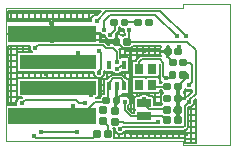
<source format=gtl>
G75*
%MOIN*%
%OFA0B0*%
%FSLAX25Y25*%
%IPPOS*%
%LPD*%
%AMOC8*
5,1,8,0,0,1.08239X$1,22.5*
%
%ADD10C,0.00000*%
%ADD11C,0.01250*%
%ADD12R,0.29528X0.05512*%
%ADD13R,0.25591X0.04724*%
%ADD14R,0.04724X0.02756*%
%ADD15R,0.03150X0.03543*%
%ADD16R,0.01575X0.02953*%
%ADD17C,0.00600*%
%ADD18C,0.01600*%
D10*
X0005102Y0026454D02*
X0064158Y0026454D01*
X0064158Y0024879D01*
X0079905Y0024879D01*
X0079905Y0072123D01*
X0064158Y0072123D01*
X0064158Y0070548D01*
X0005102Y0070548D01*
X0005102Y0026454D01*
D11*
X0035025Y0029425D02*
X0036275Y0029425D01*
X0036275Y0028175D01*
X0035025Y0028175D01*
X0035025Y0029425D01*
X0035025Y0029424D02*
X0036275Y0029424D01*
X0038525Y0029425D02*
X0039775Y0029425D01*
X0039775Y0028175D01*
X0038525Y0028175D01*
X0038525Y0029425D01*
X0038525Y0029424D02*
X0039775Y0029424D01*
X0042125Y0032125D02*
X0042125Y0033375D01*
X0042125Y0032125D02*
X0040875Y0032125D01*
X0040875Y0033375D01*
X0042125Y0033375D01*
X0042125Y0033374D02*
X0040875Y0033374D01*
X0042125Y0035625D02*
X0042125Y0036875D01*
X0042125Y0035625D02*
X0040875Y0035625D01*
X0040875Y0036875D01*
X0042125Y0036875D01*
X0042125Y0036874D02*
X0040875Y0036874D01*
X0041425Y0039275D02*
X0042675Y0039275D01*
X0041425Y0039275D02*
X0041425Y0040525D01*
X0042675Y0040525D01*
X0042675Y0039275D01*
X0042675Y0040524D02*
X0041425Y0040524D01*
X0039175Y0039275D02*
X0037925Y0039275D01*
X0037925Y0040525D01*
X0039175Y0040525D01*
X0039175Y0039275D01*
X0039175Y0040524D02*
X0037925Y0040524D01*
X0038125Y0036025D02*
X0036875Y0036025D01*
X0036875Y0037275D01*
X0038125Y0037275D01*
X0038125Y0036025D01*
X0038125Y0037274D02*
X0036875Y0037274D01*
X0036875Y0032525D02*
X0038125Y0032525D01*
X0036875Y0032525D02*
X0036875Y0033775D01*
X0038125Y0033775D01*
X0038125Y0032525D01*
X0038125Y0033774D02*
X0036875Y0033774D01*
X0058325Y0032775D02*
X0059575Y0032775D01*
X0058325Y0032775D02*
X0058325Y0034025D01*
X0059575Y0034025D01*
X0059575Y0032775D01*
X0059575Y0034024D02*
X0058325Y0034024D01*
X0058325Y0036175D02*
X0059575Y0036175D01*
X0058325Y0036175D02*
X0058325Y0037425D01*
X0059575Y0037425D01*
X0059575Y0036175D01*
X0059575Y0037424D02*
X0058325Y0037424D01*
X0058325Y0041125D02*
X0059575Y0041125D01*
X0059575Y0039875D01*
X0058325Y0039875D01*
X0058325Y0041125D01*
X0058325Y0041124D02*
X0059575Y0041124D01*
X0061825Y0041125D02*
X0063075Y0041125D01*
X0063075Y0039875D01*
X0061825Y0039875D01*
X0061825Y0041125D01*
X0061825Y0041124D02*
X0063075Y0041124D01*
X0063075Y0045125D02*
X0061825Y0045125D01*
X0063075Y0045125D02*
X0063075Y0043875D01*
X0061825Y0043875D01*
X0061825Y0045125D01*
X0061825Y0045124D02*
X0063075Y0045124D01*
X0063625Y0048925D02*
X0064875Y0048925D01*
X0064875Y0047675D01*
X0063625Y0047675D01*
X0063625Y0048925D01*
X0063625Y0048924D02*
X0064875Y0048924D01*
X0064975Y0053125D02*
X0063725Y0053125D01*
X0064975Y0053125D02*
X0064975Y0051875D01*
X0063725Y0051875D01*
X0063725Y0053125D01*
X0063725Y0053124D02*
X0064975Y0053124D01*
X0063275Y0056825D02*
X0062025Y0056825D01*
X0063275Y0056825D02*
X0063275Y0055575D01*
X0062025Y0055575D01*
X0062025Y0056825D01*
X0062025Y0056824D02*
X0063275Y0056824D01*
X0061475Y0053125D02*
X0060225Y0053125D01*
X0061475Y0053125D02*
X0061475Y0051875D01*
X0060225Y0051875D01*
X0060225Y0053125D01*
X0060225Y0053124D02*
X0061475Y0053124D01*
X0059775Y0056825D02*
X0058525Y0056825D01*
X0059775Y0056825D02*
X0059775Y0055575D01*
X0058525Y0055575D01*
X0058525Y0056825D01*
X0058525Y0056824D02*
X0059775Y0056824D01*
X0060125Y0048925D02*
X0061375Y0048925D01*
X0061375Y0047675D01*
X0060125Y0047675D01*
X0060125Y0048925D01*
X0060125Y0048924D02*
X0061375Y0048924D01*
X0059575Y0045125D02*
X0058325Y0045125D01*
X0059575Y0045125D02*
X0059575Y0043875D01*
X0058325Y0043875D01*
X0058325Y0045125D01*
X0058325Y0045124D02*
X0059575Y0045124D01*
X0061825Y0036175D02*
X0063075Y0036175D01*
X0061825Y0036175D02*
X0061825Y0037425D01*
X0063075Y0037425D01*
X0063075Y0036175D01*
X0063075Y0037424D02*
X0061825Y0037424D01*
X0061825Y0032775D02*
X0063075Y0032775D01*
X0061825Y0032775D02*
X0061825Y0034025D01*
X0063075Y0034025D01*
X0063075Y0032775D01*
X0063075Y0034024D02*
X0061825Y0034024D01*
X0046175Y0060025D02*
X0044925Y0060025D01*
X0046175Y0060025D02*
X0046175Y0058775D01*
X0044925Y0058775D01*
X0044925Y0060025D01*
X0044925Y0060024D02*
X0046175Y0060024D01*
X0042675Y0060025D02*
X0041425Y0060025D01*
X0042675Y0060025D02*
X0042675Y0058775D01*
X0041425Y0058775D01*
X0041425Y0060025D01*
X0041425Y0060024D02*
X0042675Y0060024D01*
X0041875Y0066525D02*
X0040625Y0066525D01*
X0041875Y0066525D02*
X0041875Y0065275D01*
X0040625Y0065275D01*
X0040625Y0066525D01*
X0040625Y0066524D02*
X0041875Y0066524D01*
X0044125Y0066525D02*
X0045375Y0066525D01*
X0045375Y0065275D01*
X0044125Y0065275D01*
X0044125Y0066525D01*
X0044125Y0066524D02*
X0045375Y0066524D01*
X0049975Y0066525D02*
X0049975Y0065275D01*
X0048725Y0065275D01*
X0048725Y0066525D01*
X0049975Y0066525D01*
X0049975Y0066524D02*
X0048725Y0066524D01*
X0053475Y0066525D02*
X0053475Y0065275D01*
X0052225Y0065275D01*
X0052225Y0066525D01*
X0053475Y0066525D01*
X0053475Y0066524D02*
X0052225Y0066524D01*
D12*
X0020516Y0062170D03*
X0020516Y0034670D03*
D13*
X0022516Y0044170D03*
X0022516Y0052670D03*
D14*
X0051200Y0038965D03*
X0051200Y0034635D03*
D15*
X0049669Y0044988D03*
X0054000Y0044988D03*
X0054000Y0050500D03*
X0049669Y0050500D03*
D16*
X0044659Y0051842D03*
X0039541Y0051842D03*
X0039541Y0044558D03*
X0042100Y0044558D03*
X0044659Y0044558D03*
D17*
X0044600Y0044900D01*
X0044600Y0046100D01*
X0043400Y0047300D01*
X0041000Y0047300D01*
X0039800Y0046100D01*
X0039800Y0044900D01*
X0039541Y0044558D01*
X0039200Y0044300D01*
X0039200Y0040100D01*
X0038550Y0039900D01*
X0038000Y0039500D01*
X0035000Y0039500D01*
X0032600Y0037100D01*
X0027800Y0037100D01*
X0020516Y0034670D01*
X0027600Y0034670D01*
X0027600Y0038000D01*
X0029600Y0038900D02*
X0028400Y0040100D01*
X0011600Y0040100D01*
X0010400Y0038900D01*
X0008700Y0038900D02*
X0006002Y0038900D01*
X0006002Y0038326D02*
X0006002Y0058114D01*
X0013270Y0058114D01*
X0013170Y0058014D01*
X0013170Y0056606D01*
X0013844Y0055932D01*
X0009348Y0055932D01*
X0008820Y0055405D01*
X0008820Y0049935D01*
X0009348Y0049408D01*
X0034500Y0049408D01*
X0034500Y0048396D01*
X0035464Y0047432D01*
X0009348Y0047432D01*
X0008820Y0046905D01*
X0008820Y0041435D01*
X0009348Y0040908D01*
X0010711Y0040908D01*
X0010403Y0040600D01*
X0009696Y0040600D01*
X0008700Y0039604D01*
X0008700Y0038326D01*
X0006002Y0038326D01*
X0006800Y0038326D02*
X0006800Y0058114D01*
X0006002Y0056900D02*
X0013170Y0056900D01*
X0012800Y0055932D02*
X0012800Y0058114D01*
X0010800Y0058114D02*
X0010800Y0055932D01*
X0008820Y0054900D02*
X0006002Y0054900D01*
X0006002Y0052900D02*
X0008820Y0052900D01*
X0008820Y0050900D02*
X0006002Y0050900D01*
X0006002Y0048900D02*
X0034500Y0048900D01*
X0034800Y0048096D02*
X0034800Y0047432D01*
X0035716Y0047400D02*
X0036211Y0046905D01*
X0036211Y0041435D01*
X0035684Y0040908D01*
X0035400Y0040908D01*
X0035400Y0040896D01*
X0035204Y0040700D01*
X0036400Y0040700D01*
X0036400Y0041157D01*
X0037293Y0042050D01*
X0038000Y0042050D01*
X0038000Y0042563D01*
X0037854Y0042709D01*
X0037854Y0046408D01*
X0038381Y0046935D01*
X0038938Y0046935D01*
X0039303Y0047300D01*
X0040503Y0048500D01*
X0043897Y0048500D01*
X0044600Y0047797D01*
X0045462Y0046935D01*
X0045819Y0046935D01*
X0046346Y0046408D01*
X0046346Y0042709D01*
X0045819Y0042182D01*
X0043826Y0042182D01*
X0043763Y0042120D01*
X0043857Y0042065D01*
X0044215Y0041707D01*
X0044469Y0041268D01*
X0044487Y0041200D01*
X0045504Y0041200D01*
X0046500Y0040204D01*
X0046500Y0038796D01*
X0046000Y0038296D01*
X0046000Y0037097D01*
X0047297Y0035800D01*
X0047938Y0035800D01*
X0047938Y0036385D01*
X0048352Y0036800D01*
X0047938Y0037215D01*
X0047938Y0040716D01*
X0048465Y0041243D01*
X0049639Y0041243D01*
X0050496Y0042100D01*
X0051904Y0042100D01*
X0052761Y0041243D01*
X0053935Y0041243D01*
X0054462Y0040716D01*
X0054462Y0038300D01*
X0057043Y0038300D01*
X0057393Y0038650D01*
X0056800Y0039243D01*
X0056800Y0038300D01*
X0057143Y0038900D02*
X0054462Y0038900D01*
X0054800Y0038300D02*
X0054800Y0042317D01*
X0055948Y0042317D02*
X0056475Y0042844D01*
X0056475Y0043300D01*
X0056800Y0043300D01*
X0056800Y0043243D01*
X0056800Y0041757D01*
X0056800Y0039243D01*
X0056800Y0040900D02*
X0054278Y0040900D01*
X0052800Y0041243D02*
X0052800Y0042317D01*
X0052052Y0042317D02*
X0055948Y0042317D01*
X0056475Y0042900D02*
X0057143Y0042900D01*
X0056800Y0043243D02*
X0057543Y0042500D01*
X0056800Y0041757D01*
X0058800Y0040500D02*
X0058950Y0040500D01*
X0062150Y0040200D02*
X0062150Y0039350D01*
X0062150Y0037100D01*
X0062150Y0036500D01*
X0062750Y0036500D01*
X0062750Y0034250D01*
X0062750Y0033700D01*
X0062150Y0033700D01*
X0062150Y0036500D01*
X0061100Y0036500D01*
X0061100Y0037100D01*
X0062150Y0037100D01*
X0062750Y0037100D01*
X0063600Y0037100D01*
X0063600Y0036500D01*
X0062750Y0036500D01*
X0062750Y0037100D01*
X0062750Y0040200D01*
X0062150Y0040200D01*
X0062450Y0040500D02*
X0062450Y0044500D01*
X0062450Y0044650D01*
X0065400Y0047600D01*
X0065387Y0047613D01*
X0065400Y0047600D02*
X0064700Y0048300D01*
X0064250Y0048300D01*
X0064550Y0048000D02*
X0064550Y0048600D01*
X0066000Y0048600D01*
X0066000Y0048000D01*
X0064550Y0048000D01*
X0064800Y0048000D02*
X0064800Y0048600D01*
X0067200Y0045900D02*
X0067200Y0051800D01*
X0066500Y0052500D01*
X0064350Y0052500D01*
X0060850Y0052500D02*
X0059100Y0054250D01*
X0059100Y0056200D01*
X0059150Y0056200D01*
X0059000Y0056300D01*
X0051200Y0056300D01*
X0046600Y0056300D01*
X0046700Y0056200D01*
X0046700Y0042300D01*
X0045900Y0041500D01*
X0043100Y0041500D01*
X0042200Y0040600D01*
X0042200Y0039500D01*
X0042050Y0039900D01*
X0042050Y0044558D01*
X0042100Y0044558D01*
X0042006Y0044465D02*
X0042194Y0044465D01*
X0042194Y0041782D01*
X0042350Y0041782D01*
X0042350Y0040200D01*
X0041750Y0040200D01*
X0041750Y0041782D01*
X0042006Y0041782D01*
X0042006Y0044465D01*
X0042006Y0042900D02*
X0042194Y0042900D01*
X0042350Y0040900D02*
X0041750Y0040900D01*
X0041750Y0039600D02*
X0042350Y0039600D01*
X0042350Y0038800D01*
X0041800Y0038800D01*
X0041800Y0036550D01*
X0041200Y0036550D01*
X0041200Y0037350D01*
X0041750Y0037350D01*
X0041750Y0039600D01*
X0042200Y0039500D02*
X0041600Y0038900D01*
X0041600Y0036500D01*
X0041500Y0036250D01*
X0041200Y0036900D02*
X0041800Y0036900D01*
X0041750Y0038900D02*
X0042350Y0038900D01*
X0044800Y0039500D02*
X0044800Y0036600D01*
X0046800Y0034600D01*
X0051165Y0034600D01*
X0051200Y0034635D01*
X0057315Y0034635D01*
X0058950Y0033400D01*
X0055900Y0032800D02*
X0055400Y0032300D01*
X0044600Y0032300D01*
X0044150Y0032750D01*
X0041500Y0032750D01*
X0042350Y0031900D01*
X0041500Y0030600D02*
X0040757Y0030600D01*
X0041300Y0030057D01*
X0041300Y0027543D01*
X0041110Y0027354D01*
X0064530Y0027354D01*
X0065057Y0026826D01*
X0065057Y0025779D01*
X0068400Y0025779D01*
X0068400Y0040403D01*
X0067900Y0039903D01*
X0067900Y0038796D01*
X0066904Y0037800D01*
X0066197Y0037800D01*
X0066000Y0037603D01*
X0066000Y0031003D01*
X0065400Y0030403D01*
X0065400Y0030403D01*
X0064697Y0029700D01*
X0044900Y0029700D01*
X0044900Y0029596D01*
X0043904Y0028600D01*
X0042496Y0028600D01*
X0041500Y0029596D01*
X0041500Y0030600D01*
X0040800Y0030600D02*
X0040800Y0030557D01*
X0041300Y0028900D02*
X0042196Y0028900D01*
X0042800Y0028600D02*
X0042800Y0027354D01*
X0044204Y0028900D02*
X0068400Y0028900D01*
X0068400Y0026900D02*
X0064984Y0026900D01*
X0064800Y0027084D02*
X0064800Y0029803D01*
X0065300Y0028700D02*
X0047100Y0028700D01*
X0046800Y0029000D01*
X0046800Y0029700D02*
X0046800Y0027354D01*
X0044800Y0027354D02*
X0044800Y0029496D01*
X0043800Y0030900D02*
X0064200Y0030900D01*
X0064800Y0031500D01*
X0064800Y0038100D01*
X0066200Y0039500D01*
X0066200Y0039900D01*
X0068400Y0042100D01*
X0068400Y0056700D01*
X0065700Y0059400D01*
X0061400Y0059400D01*
X0061200Y0059200D01*
X0045750Y0059200D01*
X0045550Y0059400D01*
X0046100Y0059950D01*
X0046100Y0063300D01*
X0044800Y0062196D02*
X0044800Y0061550D01*
X0044900Y0061550D02*
X0044293Y0061550D01*
X0044083Y0061340D01*
X0043857Y0061565D01*
X0043418Y0061819D01*
X0042928Y0061950D01*
X0042350Y0061950D01*
X0042350Y0059700D01*
X0041750Y0059700D01*
X0041750Y0059100D01*
X0039500Y0059100D01*
X0039500Y0058522D01*
X0039533Y0058400D01*
X0039097Y0058400D01*
X0038800Y0058697D01*
X0038800Y0060296D01*
X0039096Y0060000D02*
X0038100Y0060996D01*
X0038100Y0061800D01*
X0037296Y0061800D01*
X0036579Y0062516D01*
X0036579Y0062470D01*
X0020816Y0062470D01*
X0020816Y0061870D01*
X0036579Y0061870D01*
X0036579Y0059400D01*
X0038097Y0059400D01*
X0038800Y0058697D01*
X0038597Y0058900D02*
X0039500Y0058900D01*
X0039500Y0059700D02*
X0041750Y0059700D01*
X0041750Y0061950D01*
X0041747Y0061950D01*
X0042800Y0063003D01*
X0042800Y0064043D01*
X0043000Y0064243D01*
X0043493Y0063750D01*
X0044400Y0063750D01*
X0044400Y0062596D01*
X0044900Y0062096D01*
X0044900Y0061550D01*
X0044400Y0062900D02*
X0042697Y0062900D01*
X0042800Y0061950D02*
X0042800Y0064043D01*
X0041600Y0063500D02*
X0039800Y0061700D01*
X0039500Y0060000D02*
X0039500Y0059700D01*
X0039500Y0060000D02*
X0039096Y0060000D01*
X0038196Y0060900D02*
X0036579Y0060900D01*
X0036800Y0062296D02*
X0036800Y0059400D01*
X0037600Y0058200D02*
X0015760Y0058200D01*
X0014870Y0057310D01*
X0014800Y0061870D02*
X0014800Y0062470D01*
X0016800Y0062470D02*
X0016800Y0061870D01*
X0018800Y0061870D02*
X0018800Y0062470D01*
X0020100Y0062170D02*
X0020100Y0065700D01*
X0020216Y0066226D02*
X0006002Y0066226D01*
X0006002Y0069648D01*
X0036851Y0069648D01*
X0035403Y0068200D01*
X0034696Y0068200D01*
X0033700Y0067204D01*
X0033700Y0066226D01*
X0020816Y0066226D01*
X0020816Y0062470D01*
X0020216Y0062470D01*
X0020216Y0066226D01*
X0020216Y0064900D02*
X0020816Y0064900D01*
X0018800Y0066226D02*
X0018800Y0069648D01*
X0020800Y0069648D02*
X0020800Y0062470D01*
X0020516Y0062170D02*
X0020100Y0062170D01*
X0020216Y0061870D02*
X0006002Y0061870D01*
X0006002Y0062470D01*
X0020216Y0062470D01*
X0020216Y0061870D01*
X0020216Y0059400D01*
X0020816Y0059400D01*
X0020816Y0061870D01*
X0020216Y0061870D01*
X0020600Y0061700D02*
X0020516Y0062170D01*
X0020600Y0059900D01*
X0020800Y0059400D02*
X0020800Y0061870D01*
X0020600Y0061700D02*
X0022400Y0059900D01*
X0041600Y0059900D01*
X0042050Y0059400D01*
X0042200Y0059300D01*
X0045200Y0056300D01*
X0046600Y0056300D01*
X0046800Y0057250D02*
X0046800Y0036297D01*
X0046197Y0036900D02*
X0048252Y0036900D01*
X0047938Y0038900D02*
X0046500Y0038900D01*
X0047400Y0039500D02*
X0047400Y0041600D01*
X0046700Y0042300D01*
X0046346Y0042900D02*
X0047194Y0042900D01*
X0047194Y0042844D02*
X0047722Y0042317D01*
X0051617Y0042317D01*
X0051835Y0042534D01*
X0052052Y0042317D01*
X0050800Y0042317D02*
X0050800Y0042100D01*
X0051200Y0040400D02*
X0051200Y0038965D01*
X0051200Y0038900D01*
X0053000Y0037100D01*
X0058400Y0037100D01*
X0058950Y0036800D01*
X0061100Y0036900D02*
X0062150Y0036900D01*
X0062400Y0036800D02*
X0062400Y0036700D01*
X0062600Y0036500D01*
X0062450Y0036800D01*
X0062600Y0036650D01*
X0062600Y0033500D01*
X0062450Y0033400D01*
X0062150Y0034900D02*
X0062750Y0034900D01*
X0062800Y0036500D02*
X0062800Y0037100D01*
X0062750Y0036900D02*
X0063600Y0036900D01*
X0062450Y0036800D02*
X0062450Y0040500D01*
X0062750Y0040200D02*
X0062750Y0040800D01*
X0065000Y0040800D01*
X0065000Y0041379D01*
X0064869Y0041868D01*
X0064615Y0042307D01*
X0064422Y0042500D01*
X0064615Y0042693D01*
X0064869Y0043132D01*
X0065000Y0043622D01*
X0065000Y0043696D01*
X0065496Y0043200D01*
X0066904Y0043200D01*
X0067200Y0043496D01*
X0067200Y0042597D01*
X0065803Y0041200D01*
X0065496Y0041200D01*
X0064500Y0040204D01*
X0064500Y0040200D01*
X0062750Y0040200D01*
X0062800Y0040200D02*
X0062800Y0040800D01*
X0062750Y0040800D02*
X0062150Y0040800D01*
X0062150Y0044200D01*
X0062750Y0044200D01*
X0062750Y0041950D01*
X0062750Y0040800D01*
X0062750Y0040900D02*
X0062150Y0040900D01*
X0062150Y0042900D02*
X0062750Y0042900D01*
X0064735Y0042900D02*
X0067200Y0042900D01*
X0066800Y0043200D02*
X0066800Y0042197D01*
X0065196Y0040900D02*
X0065000Y0040900D01*
X0064800Y0040800D02*
X0064800Y0040504D01*
X0064800Y0041987D02*
X0064800Y0043013D01*
X0066200Y0044900D02*
X0067200Y0045900D01*
X0060750Y0048300D02*
X0059650Y0047200D01*
X0058400Y0047200D01*
X0057700Y0047900D01*
X0057700Y0052500D01*
X0056600Y0053600D01*
X0050500Y0053600D01*
X0049669Y0052769D01*
X0049669Y0050500D01*
X0047194Y0050900D02*
X0046346Y0050900D01*
X0046346Y0049993D02*
X0046346Y0053691D01*
X0045819Y0054218D01*
X0043499Y0054218D01*
X0043300Y0054019D01*
X0043300Y0056597D01*
X0043022Y0056875D01*
X0043418Y0056981D01*
X0043857Y0057235D01*
X0044083Y0057461D01*
X0044293Y0057250D01*
X0046807Y0057250D01*
X0047557Y0058000D01*
X0056981Y0058000D01*
X0056731Y0057568D01*
X0056600Y0057079D01*
X0056600Y0056500D01*
X0058850Y0056500D01*
X0058850Y0055900D01*
X0059450Y0055900D01*
X0059450Y0054900D01*
X0059043Y0054665D01*
X0058850Y0054472D01*
X0058850Y0055900D01*
X0056600Y0055900D01*
X0056600Y0055322D01*
X0056731Y0054832D01*
X0056750Y0054800D01*
X0050003Y0054800D01*
X0049172Y0053969D01*
X0048469Y0053266D01*
X0048469Y0053172D01*
X0047722Y0053172D01*
X0047194Y0052645D01*
X0047194Y0048356D01*
X0047722Y0047828D01*
X0051617Y0047828D01*
X0051835Y0048046D01*
X0052052Y0047828D01*
X0055948Y0047828D01*
X0056475Y0048356D01*
X0056475Y0052028D01*
X0056500Y0052003D01*
X0056500Y0047403D01*
X0056700Y0047203D01*
X0056700Y0046496D01*
X0057120Y0046076D01*
X0056800Y0045757D01*
X0056800Y0046396D01*
X0056700Y0046900D02*
X0056475Y0046900D01*
X0056475Y0047133D02*
X0055948Y0047660D01*
X0052052Y0047660D01*
X0051835Y0047442D01*
X0051617Y0047660D01*
X0047722Y0047660D01*
X0047194Y0047133D01*
X0047194Y0042844D01*
X0048800Y0042317D02*
X0048800Y0041243D01*
X0048122Y0040900D02*
X0045804Y0040900D01*
X0044800Y0041200D02*
X0044800Y0042182D01*
X0046346Y0044900D02*
X0047194Y0044900D01*
X0047194Y0046900D02*
X0045854Y0046900D01*
X0044800Y0047597D02*
X0044800Y0049465D01*
X0045819Y0049465D02*
X0046346Y0049993D01*
X0045819Y0049465D02*
X0043770Y0049465D01*
X0042904Y0048600D01*
X0041496Y0048600D01*
X0040630Y0049465D01*
X0038381Y0049465D01*
X0038000Y0049846D01*
X0038000Y0049803D01*
X0037900Y0049703D01*
X0037900Y0048396D01*
X0036904Y0047400D01*
X0035716Y0047400D01*
X0036211Y0046900D02*
X0038346Y0046900D01*
X0038800Y0046935D02*
X0038800Y0049465D01*
X0037900Y0048900D02*
X0041196Y0048900D01*
X0040800Y0049296D02*
X0040800Y0048500D01*
X0042800Y0048500D02*
X0042800Y0048600D01*
X0043204Y0048900D02*
X0047194Y0048900D01*
X0048800Y0047828D02*
X0048800Y0047660D01*
X0050800Y0047660D02*
X0050800Y0047828D01*
X0052800Y0047828D02*
X0052800Y0047660D01*
X0054800Y0047660D02*
X0054800Y0047828D01*
X0056475Y0047133D02*
X0056475Y0045700D01*
X0056800Y0045700D01*
X0056800Y0045757D01*
X0058400Y0044500D02*
X0054488Y0044500D01*
X0054000Y0044988D01*
X0056475Y0048900D02*
X0056500Y0048900D01*
X0056475Y0050900D02*
X0056500Y0050900D01*
X0056713Y0054900D02*
X0043300Y0054900D01*
X0044800Y0054218D02*
X0044800Y0057250D01*
X0043115Y0056900D02*
X0056600Y0056900D01*
X0056800Y0056500D02*
X0056800Y0055900D01*
X0056800Y0057687D02*
X0056800Y0058000D01*
X0058850Y0058000D02*
X0058850Y0056500D01*
X0059450Y0056500D01*
X0059450Y0058000D01*
X0058850Y0058000D01*
X0058850Y0056900D02*
X0059450Y0056900D01*
X0058800Y0056500D02*
X0058800Y0055900D01*
X0058850Y0054900D02*
X0059449Y0054900D01*
X0062650Y0056200D02*
X0062680Y0056202D01*
X0062710Y0056207D01*
X0062739Y0056216D01*
X0062766Y0056229D01*
X0062792Y0056244D01*
X0062816Y0056263D01*
X0062837Y0056284D01*
X0062856Y0056308D01*
X0062871Y0056334D01*
X0062884Y0056361D01*
X0062893Y0056390D01*
X0062898Y0056420D01*
X0062900Y0056450D01*
X0062900Y0057700D01*
X0065200Y0061200D02*
X0056900Y0069500D01*
X0056900Y0069600D01*
X0038500Y0069600D01*
X0035400Y0066500D01*
X0033700Y0066900D02*
X0006002Y0066900D01*
X0006800Y0066226D02*
X0006800Y0069648D01*
X0006002Y0068900D02*
X0036103Y0068900D01*
X0036800Y0069597D02*
X0036800Y0069648D01*
X0034800Y0069648D02*
X0034800Y0068200D01*
X0032800Y0069648D02*
X0032800Y0066226D01*
X0030800Y0066226D02*
X0030800Y0069648D01*
X0028800Y0069648D02*
X0028800Y0066226D01*
X0026800Y0066226D02*
X0026800Y0069648D01*
X0024800Y0069648D02*
X0024800Y0066226D01*
X0022800Y0066226D02*
X0022800Y0069648D01*
X0016800Y0069648D02*
X0016800Y0066226D01*
X0014800Y0066226D02*
X0014800Y0069648D01*
X0012800Y0069648D02*
X0012800Y0066226D01*
X0010800Y0066226D02*
X0010800Y0069648D01*
X0008800Y0069648D02*
X0008800Y0066226D01*
X0008800Y0062470D02*
X0008800Y0061870D01*
X0006800Y0061870D02*
X0006800Y0062470D01*
X0010800Y0062470D02*
X0010800Y0061870D01*
X0012800Y0061870D02*
X0012800Y0062470D01*
X0008800Y0058114D02*
X0008800Y0039704D01*
X0010703Y0040900D02*
X0006002Y0040900D01*
X0006002Y0042900D02*
X0008820Y0042900D01*
X0008820Y0044900D02*
X0006002Y0044900D01*
X0006002Y0046900D02*
X0008820Y0046900D01*
X0010800Y0047432D02*
X0010800Y0049408D01*
X0012800Y0049408D02*
X0012800Y0047432D01*
X0014800Y0047432D02*
X0014800Y0049408D01*
X0016800Y0049408D02*
X0016800Y0047432D01*
X0018800Y0047432D02*
X0018800Y0049408D01*
X0020800Y0049408D02*
X0020800Y0047432D01*
X0022800Y0047432D02*
X0022800Y0049408D01*
X0024800Y0049408D02*
X0024800Y0047432D01*
X0026800Y0047432D02*
X0026800Y0049408D01*
X0028800Y0049408D02*
X0028800Y0047432D01*
X0030800Y0047432D02*
X0030800Y0049408D01*
X0032800Y0049408D02*
X0032800Y0047432D01*
X0033700Y0044170D02*
X0033700Y0041600D01*
X0035400Y0040900D02*
X0036400Y0040900D01*
X0036800Y0041557D02*
X0036800Y0047400D01*
X0036200Y0049100D02*
X0036200Y0049700D01*
X0036800Y0050300D01*
X0036800Y0055700D01*
X0036200Y0056300D01*
X0037600Y0058200D02*
X0038600Y0057200D01*
X0041000Y0057200D01*
X0042100Y0056100D01*
X0042100Y0052700D01*
X0043400Y0051500D02*
X0042200Y0050300D01*
X0043400Y0051500D02*
X0044600Y0051500D01*
X0044659Y0051842D01*
X0046346Y0052900D02*
X0047450Y0052900D01*
X0048800Y0053597D02*
X0048800Y0058000D01*
X0050800Y0058000D02*
X0050800Y0054800D01*
X0052800Y0054800D02*
X0052800Y0058000D01*
X0054800Y0058000D02*
X0054800Y0054800D01*
X0062100Y0061400D02*
X0054800Y0068300D01*
X0039800Y0068300D01*
X0038000Y0066500D01*
X0038000Y0063500D01*
X0034800Y0062470D02*
X0034800Y0061870D01*
X0032800Y0061870D02*
X0032800Y0062470D01*
X0030800Y0062470D02*
X0030800Y0061870D01*
X0028800Y0061870D02*
X0028800Y0062470D01*
X0026800Y0062470D02*
X0026800Y0061870D01*
X0024800Y0061870D02*
X0024800Y0062470D01*
X0022800Y0062470D02*
X0022800Y0061870D01*
X0020816Y0060900D02*
X0020216Y0060900D01*
X0020216Y0062900D02*
X0020816Y0062900D01*
X0029100Y0055600D02*
X0029100Y0052670D01*
X0022516Y0052670D01*
X0022516Y0044170D02*
X0033700Y0044170D01*
X0036211Y0044900D02*
X0037854Y0044900D01*
X0037854Y0042900D02*
X0036211Y0042900D01*
X0031400Y0038900D02*
X0029600Y0038900D01*
X0037300Y0037100D02*
X0037500Y0036650D01*
X0037500Y0033150D02*
X0039150Y0031500D01*
X0039150Y0028800D01*
X0035650Y0028800D02*
X0034350Y0027500D01*
X0015200Y0027500D01*
X0014600Y0028100D01*
X0017000Y0029300D02*
X0029000Y0029300D01*
X0043200Y0030300D02*
X0043800Y0030900D01*
X0048800Y0029700D02*
X0048800Y0027354D01*
X0050800Y0027354D02*
X0050800Y0029700D01*
X0052800Y0029700D02*
X0052800Y0027354D01*
X0054800Y0027354D02*
X0054800Y0029700D01*
X0056800Y0029700D02*
X0056800Y0027354D01*
X0058800Y0027354D02*
X0058800Y0029700D01*
X0060800Y0029700D02*
X0060800Y0027354D01*
X0062800Y0027354D02*
X0062800Y0029700D01*
X0065897Y0030900D02*
X0068400Y0030900D01*
X0068400Y0032900D02*
X0066000Y0032900D01*
X0066000Y0034900D02*
X0068400Y0034900D01*
X0068400Y0036900D02*
X0066000Y0036900D01*
X0066800Y0037800D02*
X0066800Y0025779D01*
X0067900Y0038900D02*
X0068400Y0038900D01*
X0062750Y0038900D02*
X0062150Y0038900D01*
X0058950Y0044500D02*
X0058400Y0044500D01*
X0046300Y0058800D02*
X0045200Y0059900D01*
X0045550Y0059400D01*
X0042350Y0060900D02*
X0041750Y0060900D01*
X0040800Y0059700D02*
X0040800Y0059100D01*
X0041600Y0063500D02*
X0041600Y0065900D01*
X0041250Y0065900D01*
X0044750Y0065900D02*
X0049350Y0065900D01*
X0052800Y0065900D02*
X0052850Y0065900D01*
D18*
X0052800Y0065900D03*
X0046100Y0063300D03*
X0039800Y0061700D03*
X0038000Y0063500D03*
X0035400Y0066500D03*
X0036200Y0056300D03*
X0042100Y0052700D03*
X0042200Y0050300D03*
X0036200Y0049100D03*
X0033700Y0041600D03*
X0031400Y0038900D03*
X0027600Y0038000D03*
X0029000Y0029300D03*
X0037300Y0037100D03*
X0043200Y0030300D03*
X0046800Y0029000D03*
X0055900Y0032800D03*
X0062400Y0036800D03*
X0058800Y0040500D03*
X0058400Y0044500D03*
X0058400Y0047200D03*
X0065400Y0047600D03*
X0066200Y0044900D03*
X0066200Y0039500D03*
X0065300Y0028700D03*
X0051200Y0040400D03*
X0047400Y0039500D03*
X0044800Y0039500D03*
X0051200Y0056300D03*
X0059100Y0056200D03*
X0062900Y0057700D03*
X0065200Y0061200D03*
X0062100Y0061400D03*
X0029100Y0055600D03*
X0018710Y0048540D03*
X0014870Y0057310D03*
X0020100Y0065700D03*
X0010400Y0038900D03*
X0017000Y0029300D03*
X0014600Y0028100D03*
M02*

</source>
